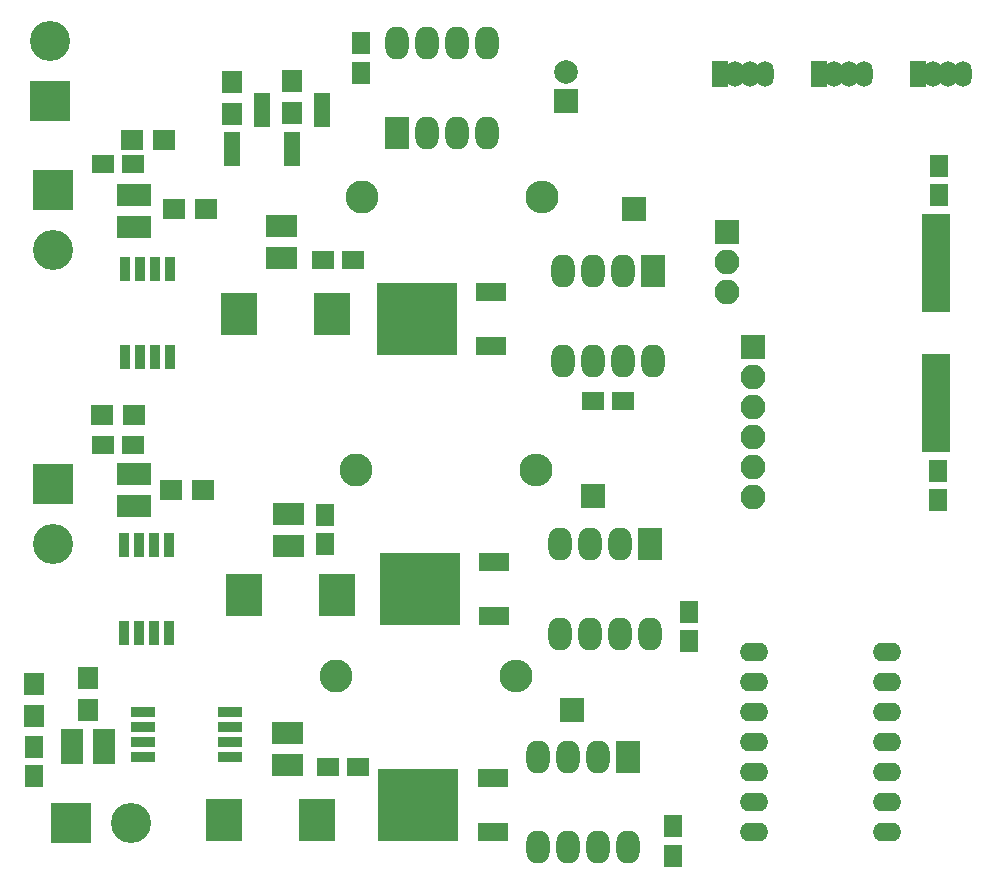
<source format=gbr>
G04 #@! TF.FileFunction,Soldermask,Top*
%FSLAX46Y46*%
G04 Gerber Fmt 4.6, Leading zero omitted, Abs format (unit mm)*
G04 Created by KiCad (PCBNEW 4.0.7) date 03/18/18 12:41:27*
%MOMM*%
%LPD*%
G01*
G04 APERTURE LIST*
%ADD10C,0.100000*%
%ADD11O,2.400000X1.600000*%
%ADD12R,1.650000X1.900000*%
%ADD13R,2.000000X2.000000*%
%ADD14C,2.000000*%
%ADD15R,1.900000X1.650000*%
%ADD16R,1.470000X2.200000*%
%ADD17O,1.470000X2.200000*%
%ADD18R,2.100000X2.100000*%
%ADD19O,2.100000X2.100000*%
%ADD20R,3.400000X3.400000*%
%ADD21C,3.400000*%
%ADD22R,1.400000X2.910000*%
%ADD23R,2.600000X1.600000*%
%ADD24R,6.800000X6.200000*%
%ADD25R,0.950000X2.150000*%
%ADD26R,2.150000X0.950000*%
%ADD27R,3.100000X3.600000*%
%ADD28C,2.800000*%
%ADD29O,2.800000X2.800000*%
%ADD30R,1.700000X1.900000*%
%ADD31R,1.900000X1.700000*%
%ADD32R,2.000000X2.800000*%
%ADD33O,2.000000X2.800000*%
%ADD34R,0.800000X1.960000*%
%ADD35R,1.050000X1.960000*%
%ADD36R,1.960000X1.050000*%
%ADD37R,2.400000X8.275000*%
G04 APERTURE END LIST*
D10*
D11*
X74803000Y4064000D03*
X63483000Y4064000D03*
X74803000Y6604000D03*
X63483000Y6604000D03*
X74803000Y9144000D03*
X63483000Y9144000D03*
X74803000Y11684000D03*
X63483000Y11684000D03*
X74803000Y14224000D03*
X63483000Y14224000D03*
X74803000Y16764000D03*
X63483000Y16764000D03*
X74803000Y19304000D03*
X63483000Y19304000D03*
D12*
X30289500Y70846000D03*
X30289500Y68346000D03*
D13*
X47625000Y65913000D03*
D14*
X47625000Y68413000D03*
D12*
X27241500Y28404500D03*
X27241500Y30904500D03*
D15*
X27071000Y52451000D03*
X29571000Y52451000D03*
D12*
X58039000Y22713000D03*
X58039000Y20213000D03*
D15*
X52431000Y40513000D03*
X49931000Y40513000D03*
X27452000Y9525000D03*
X29952000Y9525000D03*
D12*
X56642000Y4552000D03*
X56642000Y2052000D03*
X79067000Y32129000D03*
X79067000Y34629000D03*
X79167000Y60479000D03*
X79167000Y57979000D03*
D15*
X10902000Y36830000D03*
X8402000Y36830000D03*
X10902000Y60579000D03*
X8402000Y60579000D03*
D12*
X2540000Y11283000D03*
X2540000Y8783000D03*
D16*
X69024500Y68199000D03*
D17*
X70294500Y68199000D03*
X71564500Y68199000D03*
X72834500Y68199000D03*
D16*
X77406500Y68262500D03*
D17*
X78676500Y68262500D03*
X79946500Y68262500D03*
X81216500Y68262500D03*
D16*
X60642500Y68199000D03*
D17*
X61912500Y68199000D03*
X63182500Y68199000D03*
X64452500Y68199000D03*
D18*
X63436500Y45085000D03*
D19*
X63436500Y42545000D03*
X63436500Y40005000D03*
X63436500Y37465000D03*
X63436500Y34925000D03*
X63436500Y32385000D03*
D20*
X3937000Y65913000D03*
D21*
X3937000Y70993000D03*
D22*
X19367500Y61908500D03*
X24447500Y61908500D03*
X21907500Y65218500D03*
X26987500Y65218500D03*
D20*
X4191000Y33528000D03*
D21*
X4191000Y28448000D03*
D20*
X4191000Y58420000D03*
D21*
X4191000Y53340000D03*
D20*
X5715000Y4826000D03*
D21*
X10795000Y4826000D03*
D18*
X61277500Y54864000D03*
D19*
X61277500Y52324000D03*
X61277500Y49784000D03*
D23*
X41538000Y22358000D03*
X41538000Y26918000D03*
D24*
X35238000Y24638000D03*
D23*
X41249000Y45219000D03*
X41249000Y49779000D03*
D24*
X34949000Y47499000D03*
D23*
X41411000Y4070000D03*
X41411000Y8630000D03*
D24*
X35111000Y6350000D03*
D25*
X13970000Y28338000D03*
X12700000Y28338000D03*
X11430000Y28338000D03*
X10160000Y28338000D03*
X10160000Y20938000D03*
X11430000Y20938000D03*
X12700000Y20938000D03*
X13970000Y20938000D03*
X14097000Y51706000D03*
X12827000Y51706000D03*
X11557000Y51706000D03*
X10287000Y51706000D03*
X10287000Y44306000D03*
X11557000Y44306000D03*
X12827000Y44306000D03*
X14097000Y44306000D03*
D26*
X11794000Y14224000D03*
X11794000Y12954000D03*
X11794000Y11684000D03*
X11794000Y10414000D03*
X19194000Y10414000D03*
X19194000Y11684000D03*
X19194000Y12954000D03*
X19194000Y14224000D03*
D27*
X20307000Y24130000D03*
X28207000Y24130000D03*
X19926000Y47879000D03*
X27826000Y47879000D03*
D28*
X29845000Y34671000D03*
D29*
X45085000Y34671000D03*
D28*
X30353000Y57785000D03*
D29*
X45593000Y57785000D03*
D27*
X18656000Y5080000D03*
X26556000Y5080000D03*
D28*
X28092400Y17297400D03*
D29*
X43332400Y17297400D03*
D30*
X19367500Y67517000D03*
X19367500Y64817000D03*
X24447500Y64944000D03*
X24447500Y67644000D03*
D31*
X11002000Y39370000D03*
X8302000Y39370000D03*
X13542000Y62674500D03*
X10842000Y62674500D03*
X14144000Y33020000D03*
X16844000Y33020000D03*
X14398000Y56769000D03*
X17098000Y56769000D03*
D30*
X2540000Y13864600D03*
X2540000Y16564600D03*
X7112000Y14398000D03*
X7112000Y17098000D03*
D18*
X49911000Y32512000D03*
X53340000Y56769000D03*
X48133000Y14351000D03*
D32*
X33274000Y63246000D03*
D33*
X40894000Y70866000D03*
X35814000Y63246000D03*
X38354000Y70866000D03*
X38354000Y63246000D03*
X35814000Y70866000D03*
X40894000Y63246000D03*
X33274000Y70866000D03*
D34*
X23150000Y28241000D03*
X23800000Y28241000D03*
X24460000Y28241000D03*
X25110000Y28241000D03*
X25110000Y30941000D03*
X24460000Y30941000D03*
X23800000Y30941000D03*
X23150000Y30941000D03*
X22515000Y52625000D03*
X23165000Y52625000D03*
X23825000Y52625000D03*
X24475000Y52625000D03*
X24475000Y55325000D03*
X23825000Y55325000D03*
X23165000Y55325000D03*
X22515000Y55325000D03*
D32*
X54737000Y28448000D03*
D33*
X47117000Y20828000D03*
X52197000Y28448000D03*
X49657000Y20828000D03*
X49657000Y28448000D03*
X52197000Y20828000D03*
X47117000Y28448000D03*
X54737000Y20828000D03*
D32*
X54991000Y51562000D03*
D33*
X47371000Y43942000D03*
X52451000Y51562000D03*
X49911000Y43942000D03*
X49911000Y51562000D03*
X52451000Y43942000D03*
X47371000Y51562000D03*
X54991000Y43942000D03*
D34*
X23023000Y9699000D03*
X23673000Y9699000D03*
X24333000Y9699000D03*
X24983000Y9699000D03*
X24983000Y12399000D03*
X24333000Y12399000D03*
X23673000Y12399000D03*
X23023000Y12399000D03*
D32*
X52832000Y10414000D03*
D33*
X45212000Y2794000D03*
X50292000Y10414000D03*
X47752000Y2794000D03*
X47752000Y10414000D03*
X50292000Y2794000D03*
X45212000Y10414000D03*
X52832000Y2794000D03*
D35*
X10099000Y31670000D03*
X11049000Y31670000D03*
X11999000Y31670000D03*
X11999000Y34370000D03*
X10099000Y34370000D03*
X11049000Y34370000D03*
X10099000Y55292000D03*
X11049000Y55292000D03*
X11999000Y55292000D03*
X11999000Y57992000D03*
X10099000Y57992000D03*
X11049000Y57992000D03*
D36*
X8462000Y10353000D03*
X8462000Y11303000D03*
X8462000Y12253000D03*
X5762000Y12253000D03*
X5762000Y10353000D03*
X5762000Y11303000D03*
D37*
X78892400Y40366700D03*
X78892400Y52241700D03*
M02*

</source>
